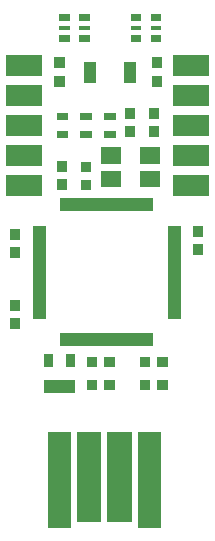
<source format=gts>
G04 #@! TF.GenerationSoftware,KiCad,Pcbnew,(6.0.0-rc1-dev-1248-ged6c68a1e)*
G04 #@! TF.CreationDate,2018-11-30T22:55:46-05:00*
G04 #@! TF.ProjectId,cuttle2fish,63757474-6c65-4326-9669-73682e6b6963,rev?*
G04 #@! TF.SameCoordinates,Original*
G04 #@! TF.FileFunction,Soldermask,Top*
G04 #@! TF.FilePolarity,Negative*
%FSLAX46Y46*%
G04 Gerber Fmt 4.6, Leading zero omitted, Abs format (unit mm)*
G04 Created by KiCad (PCBNEW (6.0.0-rc1-dev-1248-ged6c68a1e)) date 11/30/2018 10:55:46 PM*
%MOMM*%
%LPD*%
G01*
G04 APERTURE LIST*
G04 #@! TA.AperFunction,NonConductor*
%ADD10C,0.100000*%
G04 #@! TD*
G04 APERTURE END LIST*
D10*
G36*
X116861000Y-96551000D02*
X114859000Y-96551000D01*
X114859000Y-88449000D01*
X116861000Y-88449000D01*
X116861000Y-96551000D01*
X116861000Y-96551000D01*
G37*
G36*
X109241000Y-96551000D02*
X107239000Y-96551000D01*
X107239000Y-88449000D01*
X109241000Y-88449000D01*
X109241000Y-96551000D01*
X109241000Y-96551000D01*
G37*
G36*
X111801000Y-96051000D02*
X109699000Y-96051000D01*
X109699000Y-88449000D01*
X111801000Y-88449000D01*
X111801000Y-96051000D01*
X111801000Y-96051000D01*
G37*
G36*
X114401000Y-96051000D02*
X112299000Y-96051000D01*
X112299000Y-88449000D01*
X114401000Y-88449000D01*
X114401000Y-96051000D01*
X114401000Y-96051000D01*
G37*
G36*
X109576000Y-85181000D02*
X106924000Y-85181000D01*
X106924000Y-84019000D01*
X109576000Y-84019000D01*
X109576000Y-85181000D01*
X109576000Y-85181000D01*
G37*
G36*
X117451000Y-84926000D02*
X116549000Y-84926000D01*
X116549000Y-84074000D01*
X117451000Y-84074000D01*
X117451000Y-84926000D01*
X117451000Y-84926000D01*
G37*
G36*
X115951000Y-84926000D02*
X115049000Y-84926000D01*
X115049000Y-84074000D01*
X115951000Y-84074000D01*
X115951000Y-84926000D01*
X115951000Y-84926000D01*
G37*
G36*
X111461000Y-84926000D02*
X110559000Y-84926000D01*
X110559000Y-84074000D01*
X111461000Y-84074000D01*
X111461000Y-84926000D01*
X111461000Y-84926000D01*
G37*
G36*
X112961000Y-84926000D02*
X112059000Y-84926000D01*
X112059000Y-84074000D01*
X112961000Y-84074000D01*
X112961000Y-84926000D01*
X112961000Y-84926000D01*
G37*
G36*
X107676000Y-82981000D02*
X106924000Y-82981000D01*
X106924000Y-81819000D01*
X107676000Y-81819000D01*
X107676000Y-82981000D01*
X107676000Y-82981000D01*
G37*
G36*
X109576000Y-82981000D02*
X108824000Y-82981000D01*
X108824000Y-81819000D01*
X109576000Y-81819000D01*
X109576000Y-82981000D01*
X109576000Y-82981000D01*
G37*
G36*
X115951000Y-82976000D02*
X115049000Y-82976000D01*
X115049000Y-82124000D01*
X115951000Y-82124000D01*
X115951000Y-82976000D01*
X115951000Y-82976000D01*
G37*
G36*
X117451000Y-82976000D02*
X116549000Y-82976000D01*
X116549000Y-82124000D01*
X117451000Y-82124000D01*
X117451000Y-82976000D01*
X117451000Y-82976000D01*
G37*
G36*
X112961000Y-82976000D02*
X112059000Y-82976000D01*
X112059000Y-82124000D01*
X112961000Y-82124000D01*
X112961000Y-82976000D01*
X112961000Y-82976000D01*
G37*
G36*
X111461000Y-82976000D02*
X110559000Y-82976000D01*
X110559000Y-82124000D01*
X111461000Y-82124000D01*
X111461000Y-82976000D01*
X111461000Y-82976000D01*
G37*
G36*
X116176000Y-81181000D02*
X108324000Y-81181000D01*
X108324000Y-80079000D01*
X116176000Y-80079000D01*
X116176000Y-81181000D01*
X116176000Y-81181000D01*
G37*
G36*
X104926000Y-79701000D02*
X104074000Y-79701000D01*
X104074000Y-78799000D01*
X104926000Y-78799000D01*
X104926000Y-79701000D01*
X104926000Y-79701000D01*
G37*
G36*
X107101000Y-78856000D02*
X105999000Y-78856000D01*
X105999000Y-71004000D01*
X107101000Y-71004000D01*
X107101000Y-78856000D01*
X107101000Y-78856000D01*
G37*
G36*
X118501000Y-78856000D02*
X117399000Y-78856000D01*
X117399000Y-71004000D01*
X118501000Y-71004000D01*
X118501000Y-78856000D01*
X118501000Y-78856000D01*
G37*
G36*
X104926000Y-78201000D02*
X104074000Y-78201000D01*
X104074000Y-77299000D01*
X104926000Y-77299000D01*
X104926000Y-78201000D01*
X104926000Y-78201000D01*
G37*
G36*
X104926000Y-73701000D02*
X104074000Y-73701000D01*
X104074000Y-72799000D01*
X104926000Y-72799000D01*
X104926000Y-73701000D01*
X104926000Y-73701000D01*
G37*
G36*
X120426000Y-73451000D02*
X119574000Y-73451000D01*
X119574000Y-72549000D01*
X120426000Y-72549000D01*
X120426000Y-73451000D01*
X120426000Y-73451000D01*
G37*
G36*
X104926000Y-72201000D02*
X104074000Y-72201000D01*
X104074000Y-71299000D01*
X104926000Y-71299000D01*
X104926000Y-72201000D01*
X104926000Y-72201000D01*
G37*
G36*
X120426000Y-71951000D02*
X119574000Y-71951000D01*
X119574000Y-71049000D01*
X120426000Y-71049000D01*
X120426000Y-71951000D01*
X120426000Y-71951000D01*
G37*
G36*
X116176000Y-69781000D02*
X108324000Y-69781000D01*
X108324000Y-68679000D01*
X116176000Y-68679000D01*
X116176000Y-69781000D01*
X116176000Y-69781000D01*
G37*
G36*
X106801000Y-68481000D02*
X103699000Y-68481000D01*
X103699000Y-66679000D01*
X106801000Y-66679000D01*
X106801000Y-68481000D01*
X106801000Y-68481000D01*
G37*
G36*
X120931000Y-68481000D02*
X117829000Y-68481000D01*
X117829000Y-66679000D01*
X120931000Y-66679000D01*
X120931000Y-68481000D01*
X120931000Y-68481000D01*
G37*
G36*
X110926000Y-67991000D02*
X110074000Y-67991000D01*
X110074000Y-67089000D01*
X110926000Y-67089000D01*
X110926000Y-67991000D01*
X110926000Y-67991000D01*
G37*
G36*
X108926000Y-67951000D02*
X108074000Y-67951000D01*
X108074000Y-67049000D01*
X108926000Y-67049000D01*
X108926000Y-67951000D01*
X108926000Y-67951000D01*
G37*
G36*
X113501000Y-67741000D02*
X111799000Y-67741000D01*
X111799000Y-66339000D01*
X113501000Y-66339000D01*
X113501000Y-67741000D01*
X113501000Y-67741000D01*
G37*
G36*
X116801000Y-67741000D02*
X115099000Y-67741000D01*
X115099000Y-66339000D01*
X116801000Y-66339000D01*
X116801000Y-67741000D01*
X116801000Y-67741000D01*
G37*
G36*
X110926000Y-66491000D02*
X110074000Y-66491000D01*
X110074000Y-65589000D01*
X110926000Y-65589000D01*
X110926000Y-66491000D01*
X110926000Y-66491000D01*
G37*
G36*
X108926000Y-66451000D02*
X108074000Y-66451000D01*
X108074000Y-65549000D01*
X108926000Y-65549000D01*
X108926000Y-66451000D01*
X108926000Y-66451000D01*
G37*
G36*
X120931000Y-65941000D02*
X117829000Y-65941000D01*
X117829000Y-64139000D01*
X120931000Y-64139000D01*
X120931000Y-65941000D01*
X120931000Y-65941000D01*
G37*
G36*
X106801000Y-65941000D02*
X103699000Y-65941000D01*
X103699000Y-64139000D01*
X106801000Y-64139000D01*
X106801000Y-65941000D01*
X106801000Y-65941000D01*
G37*
G36*
X113501000Y-65741000D02*
X111799000Y-65741000D01*
X111799000Y-64339000D01*
X113501000Y-64339000D01*
X113501000Y-65741000D01*
X113501000Y-65741000D01*
G37*
G36*
X116801000Y-65741000D02*
X115099000Y-65741000D01*
X115099000Y-64339000D01*
X116801000Y-64339000D01*
X116801000Y-65741000D01*
X116801000Y-65741000D01*
G37*
G36*
X113001000Y-63551000D02*
X111999000Y-63551000D01*
X111999000Y-62949000D01*
X113001000Y-62949000D01*
X113001000Y-63551000D01*
X113001000Y-63551000D01*
G37*
G36*
X109001000Y-63551000D02*
X107999000Y-63551000D01*
X107999000Y-62949000D01*
X109001000Y-62949000D01*
X109001000Y-63551000D01*
X109001000Y-63551000D01*
G37*
G36*
X111001000Y-63551000D02*
X109999000Y-63551000D01*
X109999000Y-62949000D01*
X111001000Y-62949000D01*
X111001000Y-63551000D01*
X111001000Y-63551000D01*
G37*
G36*
X114676000Y-63451000D02*
X113824000Y-63451000D01*
X113824000Y-62549000D01*
X114676000Y-62549000D01*
X114676000Y-63451000D01*
X114676000Y-63451000D01*
G37*
G36*
X116676000Y-63451000D02*
X115824000Y-63451000D01*
X115824000Y-62549000D01*
X116676000Y-62549000D01*
X116676000Y-63451000D01*
X116676000Y-63451000D01*
G37*
G36*
X120931000Y-63401000D02*
X117829000Y-63401000D01*
X117829000Y-61599000D01*
X120931000Y-61599000D01*
X120931000Y-63401000D01*
X120931000Y-63401000D01*
G37*
G36*
X106801000Y-63401000D02*
X103699000Y-63401000D01*
X103699000Y-61599000D01*
X106801000Y-61599000D01*
X106801000Y-63401000D01*
X106801000Y-63401000D01*
G37*
G36*
X109001000Y-62051000D02*
X107999000Y-62051000D01*
X107999000Y-61449000D01*
X109001000Y-61449000D01*
X109001000Y-62051000D01*
X109001000Y-62051000D01*
G37*
G36*
X113001000Y-62051000D02*
X111999000Y-62051000D01*
X111999000Y-61449000D01*
X113001000Y-61449000D01*
X113001000Y-62051000D01*
X113001000Y-62051000D01*
G37*
G36*
X111001000Y-62051000D02*
X109999000Y-62051000D01*
X109999000Y-61449000D01*
X111001000Y-61449000D01*
X111001000Y-62051000D01*
X111001000Y-62051000D01*
G37*
G36*
X116676000Y-61951000D02*
X115824000Y-61951000D01*
X115824000Y-61049000D01*
X116676000Y-61049000D01*
X116676000Y-61951000D01*
X116676000Y-61951000D01*
G37*
G36*
X114676000Y-61951000D02*
X113824000Y-61951000D01*
X113824000Y-61049000D01*
X114676000Y-61049000D01*
X114676000Y-61951000D01*
X114676000Y-61951000D01*
G37*
G36*
X120931000Y-60861000D02*
X117829000Y-60861000D01*
X117829000Y-59059000D01*
X120931000Y-59059000D01*
X120931000Y-60861000D01*
X120931000Y-60861000D01*
G37*
G36*
X106801000Y-60861000D02*
X103699000Y-60861000D01*
X103699000Y-59059000D01*
X106801000Y-59059000D01*
X106801000Y-60861000D01*
X106801000Y-60861000D01*
G37*
G36*
X116951000Y-59251000D02*
X116049000Y-59251000D01*
X116049000Y-58349000D01*
X116951000Y-58349000D01*
X116951000Y-59251000D01*
X116951000Y-59251000D01*
G37*
G36*
X108701000Y-59251000D02*
X107799000Y-59251000D01*
X107799000Y-58349000D01*
X108701000Y-58349000D01*
X108701000Y-59251000D01*
X108701000Y-59251000D01*
G37*
G36*
X114701000Y-58901000D02*
X113699000Y-58901000D01*
X113699000Y-57099000D01*
X114701000Y-57099000D01*
X114701000Y-58901000D01*
X114701000Y-58901000D01*
G37*
G36*
X111301000Y-58901000D02*
X110299000Y-58901000D01*
X110299000Y-57099000D01*
X111301000Y-57099000D01*
X111301000Y-58901000D01*
X111301000Y-58901000D01*
G37*
G36*
X106801000Y-58321000D02*
X103699000Y-58321000D01*
X103699000Y-56519000D01*
X106801000Y-56519000D01*
X106801000Y-58321000D01*
X106801000Y-58321000D01*
G37*
G36*
X120931000Y-58321000D02*
X117829000Y-58321000D01*
X117829000Y-56519000D01*
X120931000Y-56519000D01*
X120931000Y-58321000D01*
X120931000Y-58321000D01*
G37*
G36*
X108701000Y-57651000D02*
X107799000Y-57651000D01*
X107799000Y-56749000D01*
X108701000Y-56749000D01*
X108701000Y-57651000D01*
X108701000Y-57651000D01*
G37*
G36*
X116951000Y-57651000D02*
X116049000Y-57651000D01*
X116049000Y-56749000D01*
X116951000Y-56749000D01*
X116951000Y-57651000D01*
X116951000Y-57651000D01*
G37*
G36*
X116871000Y-55451000D02*
X115969000Y-55451000D01*
X115969000Y-54849000D01*
X116871000Y-54849000D01*
X116871000Y-55451000D01*
X116871000Y-55451000D01*
G37*
G36*
X109101000Y-55451000D02*
X108199000Y-55451000D01*
X108199000Y-54849000D01*
X109101000Y-54849000D01*
X109101000Y-55451000D01*
X109101000Y-55451000D01*
G37*
G36*
X110801000Y-55451000D02*
X109899000Y-55451000D01*
X109899000Y-54849000D01*
X110801000Y-54849000D01*
X110801000Y-55451000D01*
X110801000Y-55451000D01*
G37*
G36*
X115171000Y-55451000D02*
X114269000Y-55451000D01*
X114269000Y-54849000D01*
X115171000Y-54849000D01*
X115171000Y-55451000D01*
X115171000Y-55451000D01*
G37*
G36*
X109101000Y-54451000D02*
X108199000Y-54451000D01*
X108199000Y-54049000D01*
X109101000Y-54049000D01*
X109101000Y-54451000D01*
X109101000Y-54451000D01*
G37*
G36*
X110801000Y-54451000D02*
X109899000Y-54451000D01*
X109899000Y-54049000D01*
X110801000Y-54049000D01*
X110801000Y-54451000D01*
X110801000Y-54451000D01*
G37*
G36*
X116871000Y-54451000D02*
X115969000Y-54451000D01*
X115969000Y-54049000D01*
X116871000Y-54049000D01*
X116871000Y-54451000D01*
X116871000Y-54451000D01*
G37*
G36*
X115171000Y-54451000D02*
X114269000Y-54451000D01*
X114269000Y-54049000D01*
X115171000Y-54049000D01*
X115171000Y-54451000D01*
X115171000Y-54451000D01*
G37*
G36*
X110801000Y-53651000D02*
X109899000Y-53651000D01*
X109899000Y-53049000D01*
X110801000Y-53049000D01*
X110801000Y-53651000D01*
X110801000Y-53651000D01*
G37*
G36*
X116871000Y-53651000D02*
X115969000Y-53651000D01*
X115969000Y-53049000D01*
X116871000Y-53049000D01*
X116871000Y-53651000D01*
X116871000Y-53651000D01*
G37*
G36*
X115171000Y-53651000D02*
X114269000Y-53651000D01*
X114269000Y-53049000D01*
X115171000Y-53049000D01*
X115171000Y-53651000D01*
X115171000Y-53651000D01*
G37*
G36*
X109101000Y-53651000D02*
X108199000Y-53651000D01*
X108199000Y-53049000D01*
X109101000Y-53049000D01*
X109101000Y-53651000D01*
X109101000Y-53651000D01*
G37*
M02*

</source>
